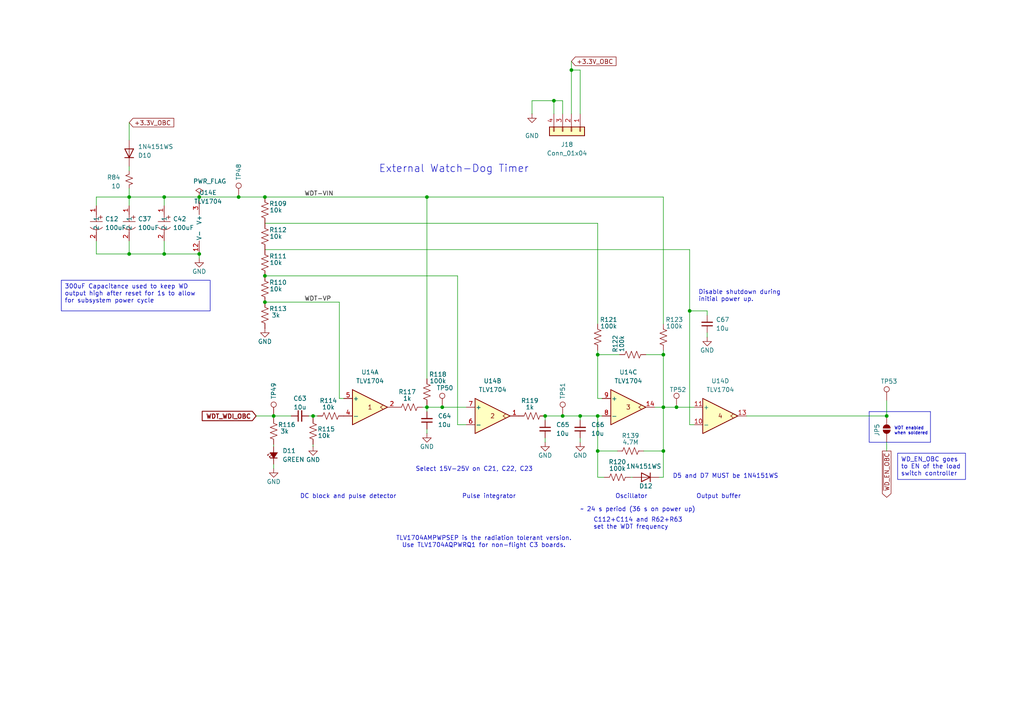
<source format=kicad_sch>
(kicad_sch (version 20250114) (generator "eeschema") (generator_version "9.0")
  (paper "A4")
  (lib_symbols
    (symbol "Connector:TestPoint" (pin_numbers (hide yes)) (pin_names (offset 0.762) (hide yes))
      (property "Reference" "TP" (at 0 6.858 0))
      (property "Value" "TestPoint" (at 0 5.08 0))
      (symbol "TestPoint_0_1"
        (circle (center 0 3.302) (radius 0.762))
      )
      (symbol "TestPoint_1_1"
        (pin passive line (at 0 0 90) (length 2.54) (name "1") (number "1"))
      )
    )
    (symbol "Connector_Generic:Conn_01x04" (pin_names (offset 1.016) (hide yes))
      (property "Reference" "J" (at 0 5.08 0))
      (property "Value" "Conn_01x04" (at 0 -7.62 0))
      (symbol "Conn_01x04_1_1"
        (rectangle (start -1.27 3.81) (end 1.27 -6.35) (stroke (width 0.254)) (fill (type background)))
        (rectangle (start -1.27 2.667) (end 0 2.413) (stroke (width 0.1524)))
        (rectangle (start -1.27 0.127) (end 0 -0.127) (stroke (width 0.1524)))
        (rectangle (start -1.27 -2.413) (end 0 -2.667) (stroke (width 0.1524)))
        (rectangle (start -1.27 -4.953) (end 0 -5.207) (stroke (width 0.1524)))
        (pin passive line (at -5.08 2.54 0) (length 3.81) (name "Pin_1") (number "1"))
        (pin passive line (at -5.08 0 0) (length 3.81) (name "Pin_2") (number "2"))
        (pin passive line (at -5.08 -2.54 0) (length 3.81) (name "Pin_3") (number "3"))
        (pin passive line (at -5.08 -5.08 0) (length 3.81) (name "Pin_4") (number "4"))
      )
    )
    (symbol "Device:C_Small" (pin_numbers (hide yes)) (pin_names (offset 0.254) (hide yes))
      (property "Reference" "C" (at 0.254 1.778 0))
      (property "Value" "C_Small" (at 0.254 -2.032 0))
      (symbol "C_Small_0_1"
        (polyline (pts (xy -1.524 0.508) (xy 1.524 0.508)) (stroke (width 0.3048)))
        (polyline (pts (xy -1.524 -0.508) (xy 1.524 -0.508)) (stroke (width 0.3302)))
      )
      (symbol "C_Small_1_1"
        (pin passive line (at 0 2.54 270) (length 2.032) (name "~") (number "1"))
        (pin passive line (at 0 -2.54 90) (length 2.032) (name "~") (number "2"))
      )
    )
    (symbol "Device:LED_Small_Filled" (pin_numbers (hide yes)) (pin_names (offset 0.254) (hide yes))
      (property "Reference" "D" (at -1.27 3.175 0))
      (property "Value" "LED_Small_Filled" (at -4.445 -2.54 0))
      (symbol "LED_Small_Filled_0_1"
        (polyline (pts (xy -0.762 -1.016) (xy -0.762 1.016)) (stroke (width 0.254)))
        (polyline (pts (xy 0 0.762) (xy -0.508 1.27) (xy -0.254 1.27) (xy -0.508 1.27) (xy -0.508 1.016)))
        (polyline (pts (xy 0.508 1.27) (xy 0 1.778) (xy 0.254 1.778) (xy 0 1.778) (xy 0 1.524)))
        (polyline (pts (xy 0.762 -1.016) (xy -0.762 0) (xy 0.762 1.016) (xy 0.762 -1.016)) (stroke (width 0.254)) (fill (type outline)))
        (polyline (pts (xy 1.016 0) (xy -0.762 0)))
      )
      (symbol "LED_Small_Filled_1_1"
        (pin passive line (at -2.54 0 0) (length 1.778) (name "K") (number "1"))
        (pin passive line (at 2.54 0 180) (length 1.778) (name "A") (number "2"))
      )
    )
    (symbol "Device:R_Small_US" (pin_numbers (hide yes)) (pin_names (offset 0.254) (hide yes))
      (property "Reference" "R" (at 0.762 0.508 0))
      (property "Value" "R_Small_US" (at 0.762 -1.016 0))
      (symbol "R_Small_US_1_1"
        (polyline (pts (xy 0 1.524) (xy 1.016 1.143) (xy 0 0.762) (xy -1.016 0.381) (xy 0 0)))
        (polyline (pts (xy 0 0) (xy 1.016 -0.381) (xy 0 -0.762) (xy -1.016 -1.143) (xy 0 -1.524)))
        (pin passive line (at 0 2.54 270) (length 1.016) (name "~") (number "1"))
        (pin passive line (at 0 -2.54 90) (length 1.016) (name "~") (number "2"))
      )
    )
    (symbol "Device:R_US" (pin_numbers (hide yes)) (pin_names (offset 0))
      (property "Reference" "R" (at 2.54 0 90))
      (property "Value" "R_US" (at -2.54 0 90))
      (symbol "R_US_0_1"
        (polyline (pts (xy 0 2.286) (xy 0 2.54)))
        (polyline (pts (xy 0 2.286) (xy 1.016 1.905) (xy 0 1.524) (xy -1.016 1.143) (xy 0 0.762)))
        (polyline (pts (xy 0 0.762) (xy 1.016 0.381) (xy 0 0) (xy -1.016 -0.381) (xy 0 -0.762)))
        (polyline (pts (xy 0 -0.762) (xy 1.016 -1.143) (xy 0 -1.524) (xy -1.016 -1.905) (xy 0 -2.286)))
        (polyline (pts (xy 0 -2.286) (xy 0 -2.54)))
      )
      (symbol "R_US_1_1"
        (pin passive line (at 0 3.81 270) (length 1.27) (name "~") (number "1"))
        (pin passive line (at 0 -3.81 90) (length 1.27) (name "~") (number "2"))
      )
    )
    (symbol "EPS:1N4151WS" (pin_numbers (hide yes)) (pin_names (offset 1.016) (hide yes))
      (property "Reference" "D" (at 0 2.54 0))
      (property "Value" "1N4151WS" (at 0 -2.54 0))
      (symbol "1N4151WS_0_1"
        (polyline (pts (xy -1.27 1.27) (xy -1.27 -1.27)) (stroke (width 0.254)))
        (polyline (pts (xy 1.27 1.27) (xy 1.27 -1.27) (xy -1.27 0) (xy 1.27 1.27)) (stroke (width 0.254)))
        (polyline (pts (xy 1.27 0) (xy -1.27 0)))
      )
      (symbol "1N4151WS_1_1"
        (pin passive line (at -3.81 0 0) (length 2.54) (name "K") (number "1"))
        (pin passive line (at 3.81 0 180) (length 2.54) (name "A") (number "2"))
      )
    )
    (symbol "EPS:TCN4107M035R0100E"
      (property "Reference" "C" (at 0 5.08 0))
      (property "Value" "TCN4107M035R0100E" (at 0 -5.08 0))
      (symbol "TCN4107M035R0100E_0_1"
        (polyline (pts (xy -2.54 0) (xy -0.51 0)))
        (polyline (pts (xy -2.29 1.27) (xy -1.27 1.27)))
        (polyline (pts (xy -1.78 1.78) (xy -1.78 0.76)))
        (arc (start 1.15 1.79) (mid 1.8578 0.0159) (end 1.13 -1.75))
        (polyline (pts (xy -0.51 1.78) (xy -0.51 -1.78)))
        (polyline (pts (xy 0.51 0) (xy 2.54 0)))
        (pin input line (at -5.08 0 0) (length 2.54) (name "1") (number "1"))
        (pin input line (at 5.08 0 180) (length 2.54) (name "2") (number "2"))
      )
    )
    (symbol "EPS:TLV1704AIPWR" (pin_names (offset 0.127))
      (property "Reference" "U13" (at 0 10.16 0))
      (property "Value" "TLV1704" (at 0 7.62 0))
      (symbol "TLV1704AIPWR_1_1"
        (polyline (pts (xy -5.08 5.08) (xy 5.08 0) (xy -5.08 -5.08) (xy -5.08 5.08)) (stroke (width 0.254)) (fill (type background)))
        (polyline (pts (xy 3.048 0) (xy 3.81 -0.635)))
        (polyline (pts (xy 3.81 0.635) (xy 3.048 0)))
        (text "1" (at 0 0 0) (effects (font (size 1.27 1.27))))
        (pin input line (at -7.62 2.54 0) (length 2.54) (name "+") (number "5"))
        (pin input line (at -7.62 -2.54 0) (length 2.54) (name "-") (number "4"))
        (pin open_collector line (at 7.62 0 180) (length 2.54) (name "~") (number "2"))
      )
      (symbol "TLV1704AIPWR_2_1"
        (polyline (pts (xy -5.08 5.08) (xy 5.08 0) (xy -5.08 -5.08) (xy -5.08 5.08)) (stroke (width 0.254)) (fill (type background)))
        (polyline (pts (xy 3.048 0) (xy 3.81 -0.635)))
        (polyline (pts (xy 3.81 0.635) (xy 3.048 0)))
        (text "2" (at 0 0 0) (effects (font (size 1.27 1.27))))
        (pin input line (at -7.62 2.54 0) (length 2.54) (name "+") (number "7"))
        (pin input line (at -7.62 -2.54 0) (length 2.54) (name "-") (number "6"))
        (pin open_collector line (at 7.62 0 180) (length 2.54) (name "~") (number "1"))
      )
      (symbol "TLV1704AIPWR_3_1"
        (polyline (pts (xy -5.08 5.08) (xy 5.08 0) (xy -5.08 -5.08) (xy -5.08 5.08)) (stroke (width 0.254)) (fill (type background)))
        (polyline (pts (xy 3.048 0) (xy 3.81 -0.635)))
        (polyline (pts (xy 3.81 0.635) (xy 3.048 0)))
        (text "3" (at 0 0 0) (effects (font (size 1.27 1.27))))
        (pin input line (at -7.62 2.54 0) (length 2.54) (name "+") (number "9"))
        (pin input line (at -7.62 -2.54 0) (length 2.54) (name "-") (number "8"))
        (pin open_collector line (at 7.62 0 180) (length 2.54) (name "~") (number "14"))
      )
      (symbol "TLV1704AIPWR_4_1"
        (polyline (pts (xy -5.08 5.08) (xy 5.08 0) (xy -5.08 -5.08) (xy -5.08 5.08)) (stroke (width 0.254)) (fill (type background)))
        (polyline (pts (xy 3.048 0) (xy 3.81 -0.635)))
        (polyline (pts (xy 3.81 0.635) (xy 3.048 0)))
        (text "4" (at 0 0 0) (effects (font (size 1.27 1.27))))
        (pin input line (at -7.62 2.54 0) (length 2.54) (name "+") (number "11"))
        (pin input line (at -7.62 -2.54 0) (length 2.54) (name "-") (number "10"))
        (pin open_collector line (at 7.62 0 180) (length 2.54) (name "~") (number "13"))
      )
      (symbol "TLV1704AIPWR_5_1"
        (pin power_in line (at -2.54 7.62 270) (length 3.81) (name "V+") (number "3"))
        (pin power_in line (at -2.54 -7.62 90) (length 3.81) (name "V-") (number "12"))
      )
    )
    (symbol "Jumper:SolderJumper_2_Open" (pin_numbers (hide yes)) (pin_names (offset 0) (hide yes)) (exclude_from_sim yes) (in_bom no)
      (property "Reference" "JP" (at 0 2.032 0))
      (property "Value" "SolderJumper_2_Open" (at 0 -2.54 0))
      (symbol "SolderJumper_2_Open_0_1"
        (polyline (pts (xy -0.254 1.016) (xy -0.254 -1.016)))
        (arc (start -0.254 -1.016) (mid -1.2656 0) (end -0.254 1.016))
        (arc (start -0.254 -1.016) (mid -1.2656 0) (end -0.254 1.016) (fill (type outline)))
        (arc (start 0.254 1.016) (mid 1.2656 0) (end 0.254 -1.016))
        (arc (start 0.254 1.016) (mid 1.2656 0) (end 0.254 -1.016) (fill (type outline)))
        (polyline (pts (xy 0.254 1.016) (xy 0.254 -1.016)))
      )
      (symbol "SolderJumper_2_Open_1_1"
        (pin passive line (at -3.81 0 0) (length 2.54) (name "A") (number "1"))
        (pin passive line (at 3.81 0 180) (length 2.54) (name "B") (number "2"))
      )
    )
    (symbol "power:GND" (power) (pin_numbers (hide yes)) (pin_names (offset 0) (hide yes))
      (property "Value" "GND" (at 0 -3.81 0))
      (symbol "GND_0_1"
        (polyline (pts (xy 0 0) (xy 0 -1.27) (xy 1.27 -1.27) (xy 0 -2.54) (xy -1.27 -1.27) (xy 0 -1.27)))
      )
      (symbol "GND_1_1"
        (pin power_in line (at 0 0 270) (length 0) (name "~") (number "1"))
      )
    )
    (symbol "power:PWR_FLAG" (power) (pin_numbers (hide yes)) (pin_names (offset 0) (hide yes))
      (property "Value" "PWR_FLAG" (at 0 3.81 0))
      (symbol "PWR_FLAG_0_0"
        (pin power_out line (at 0 0 90) (length 0) (name "~") (number "1"))
      )
      (symbol "PWR_FLAG_0_1"
        (polyline (pts (xy 0 0) (xy 0 1.27) (xy -1.016 1.905) (xy 0 2.54) (xy 1.016 1.905) (xy 0 1.27)))
      )
    )
  )
  (text "Oscillator" (at 178.435 144.78 0) (effects (font (size 1.27 1.27)) (justify left bottom)))
  (text "Output buffer" (at 201.93 144.78 0) (effects (font (size 1.27 1.27)) (justify left bottom)))
  (text "DC block and pulse detector" (at 86.995 144.78 0) (effects (font (size 1.27 1.27)) (justify left bottom)))
  (text "D5 and D7 MUST be 1N4151WS" (at 210.439 138.176 0) (effects (font (size 1.27 1.27))))
  (text "Disable shutdown during\ninitial power up." (at 202.565 87.63 0) (effects (font (size 1.27 1.27)) (justify left bottom)))
  (text "Select 15V-25V on C21, C22, C23" (at 137.541 136.144 0) (effects (font (size 1.27 1.27))))
  (text "Pulse integrator" (at 133.985 144.78 0) (effects (font (size 1.27 1.27)) (justify left bottom)))
  (text "WDT enabled\nwhen soldered" (at 259.334 126.238 0) (effects (font (size 0.889 0.889)) (justify left bottom)))
  (text "TLV1704AMPWPSEP is the radiation tolerant version.\nUse TLV1704AQPWRQ1 for non-flight C3 boards." (at 140.335 157.226 0) (effects (font (size 1.27 1.27))))
  (text "External Watch-Dog Timer" (at 109.855 50.292 0) (effects (font (size 2.159 2.159)) (justify left bottom)))
  (text "C112+C114 and R62+R63 \nset the WDT frequency" (at 172.085 153.67 0) (effects (font (size 1.27 1.27)) (justify left bottom)))
  (text "~ 24 s period (36 s on power up)" (at 168.275 148.59 0) (effects (font (size 1.27 1.27)) (justify left bottom)))
  (text_box "300uF Capacitance used to keep WD output high after reset for 1s to allow for subsystem power cycle" (at 17.78 81.28 0) (size 43.18 8.89) (margins 0.9525 0.9525 0.9525 0.9525) (effects (font (size 1.27 1.27)) (justify left top)))
  (text_box "WD_EN_OBC goes to EN of the load switch controller" (at 260.35 131.445 0) (size 19.685 7.62) (margins 0.9525 0.9525 0.9525 0.9525) (effects (font (size 1.27 1.27)) (justify left top)))
  (junction (at 47.625 73.66))
  (junction (at 192.405 130.81))
  (junction (at 163.195 120.65))
  (junction (at 76.835 87.63))
  (junction (at 160.655 29.21))
  (junction (at 196.215 118.11))
  (junction (at 173.355 102.87))
  (junction (at 90.805 120.65))
  (junction (at 37.465 73.66))
  (junction (at 69.215 57.15))
  (junction (at 37.465 57.15))
  (junction (at 173.355 120.65))
  (junction (at 173.355 130.81))
  (junction (at 200.025 90.17))
  (junction (at 76.835 80.01))
  (junction (at 192.405 118.11))
  (junction (at 76.835 57.15))
  (junction (at 57.785 57.15))
  (junction (at 165.735 20.32))
  (junction (at 79.375 120.65))
  (junction (at 192.405 102.87))
  (junction (at 158.115 120.65))
  (junction (at 257.175 120.65))
  (junction (at 123.825 118.11))
  (junction (at 57.785 73.66))
  (junction (at 168.275 120.65))
  (junction (at 128.27 118.11))
  (junction (at 123.825 57.15))
  (junction (at 47.625 57.15))
  (wire (pts (xy 90.805 120.65) (xy 92.075 120.65)))
  (wire (pts (xy 27.94 69.85) (xy 27.94 73.66)))
  (wire (pts (xy 257.175 128.27) (xy 257.175 130.81)))
  (wire (pts (xy 47.625 57.15) (xy 47.625 59.69)))
  (wire (pts (xy 182.88 138.43) (xy 183.515 138.43)))
  (wire (pts (xy 179.07 130.81) (xy 173.355 130.81)))
  (wire (pts (xy 47.625 57.15) (xy 57.785 57.15)))
  (wire (pts (xy 192.405 102.87) (xy 192.405 118.11)))
  (wire (pts (xy 173.355 102.87) (xy 179.705 102.87)))
  (wire (pts (xy 69.215 57.15) (xy 76.835 57.15)))
  (wire (pts (xy 79.375 120.65) (xy 79.375 121.285)))
  (wire (pts (xy 74.295 120.65) (xy 79.375 120.65)))
  (wire (pts (xy 37.465 54.61) (xy 37.465 57.15)))
  (wire (pts (xy 76.835 72.39) (xy 200.025 72.39)))
  (wire (pts (xy 128.27 118.11) (xy 135.255 118.11)))
  (wire (pts (xy 160.655 33.02) (xy 160.655 29.21)))
  (wire (pts (xy 37.465 57.15) (xy 47.625 57.15)))
  (wire (pts (xy 98.425 115.57) (xy 99.695 115.57)))
  (wire (pts (xy 132.715 80.01) (xy 132.715 123.19)))
  (wire (pts (xy 37.465 69.85) (xy 37.465 73.66)))
  (wire (pts (xy 200.025 123.19) (xy 201.295 123.19)))
  (wire (pts (xy 57.785 57.15) (xy 69.215 57.15)))
  (wire (pts (xy 47.625 73.66) (xy 57.785 73.66)))
  (wire (pts (xy 57.785 74.93) (xy 57.785 73.66)))
  (wire (pts (xy 79.375 120.65) (xy 84.455 120.65)))
  (wire (pts (xy 76.835 80.01) (xy 132.715 80.01)))
  (wire (pts (xy 200.025 90.17) (xy 205.105 90.17)))
  (wire (pts (xy 37.465 73.66) (xy 47.625 73.66)))
  (wire (pts (xy 123.825 117.475) (xy 123.825 118.11)))
  (wire (pts (xy 79.375 135.89) (xy 79.375 134.62)))
  (wire (pts (xy 173.355 130.81) (xy 173.355 120.65)))
  (wire (pts (xy 165.735 17.78) (xy 165.735 20.32)))
  (wire (pts (xy 192.405 101.6) (xy 192.405 102.87)))
  (wire (pts (xy 123.825 57.15) (xy 192.405 57.15)))
  (wire (pts (xy 160.655 29.21) (xy 163.195 29.21)))
  (wire (pts (xy 158.115 120.65) (xy 158.115 121.92)))
  (wire (pts (xy 123.825 57.15) (xy 76.835 57.15)))
  (wire (pts (xy 168.275 20.32) (xy 168.275 33.02)))
  (wire (pts (xy 90.805 128.905) (xy 90.805 129.54)))
  (wire (pts (xy 37.465 35.56) (xy 37.465 40.64)))
  (wire (pts (xy 123.825 125.73) (xy 123.825 124.46)))
  (wire (pts (xy 76.835 64.77) (xy 173.355 64.77)))
  (wire (pts (xy 173.355 120.65) (xy 174.625 120.65)))
  (wire (pts (xy 163.195 29.21) (xy 163.195 33.02)))
  (wire (pts (xy 160.655 29.21) (xy 154.305 29.21)))
  (wire (pts (xy 192.405 138.43) (xy 192.405 130.81)))
  (wire (pts (xy 165.735 33.02) (xy 165.735 20.32)))
  (wire (pts (xy 158.115 120.65) (xy 163.195 120.65)))
  (wire (pts (xy 123.825 57.15) (xy 123.825 109.855)))
  (wire (pts (xy 173.355 138.43) (xy 173.355 130.81)))
  (wire (pts (xy 257.175 116.205) (xy 257.175 120.65)))
  (polyline (pts (xy 269.875 128.27) (xy 252.095 128.27)))
  (wire (pts (xy 27.94 57.15) (xy 37.465 57.15)))
  (wire (pts (xy 37.465 57.15) (xy 37.465 59.69)))
  (wire (pts (xy 163.195 120.65) (xy 168.275 120.65)))
  (wire (pts (xy 173.355 101.6) (xy 173.355 102.87)))
  (wire (pts (xy 196.215 118.11) (xy 201.295 118.11)))
  (wire (pts (xy 168.275 121.92) (xy 168.275 120.65)))
  (wire (pts (xy 174.625 115.57) (xy 173.355 115.57)))
  (wire (pts (xy 187.325 102.87) (xy 192.405 102.87)))
  (wire (pts (xy 165.735 20.32) (xy 168.275 20.32)))
  (wire (pts (xy 205.105 96.52) (xy 205.105 97.79)))
  (wire (pts (xy 47.625 69.85) (xy 47.625 73.66)))
  (wire (pts (xy 90.805 120.65) (xy 90.805 121.285)))
  (wire (pts (xy 200.025 90.17) (xy 200.025 123.19)))
  (wire (pts (xy 216.535 120.65) (xy 257.175 120.65)))
  (wire (pts (xy 98.425 87.63) (xy 98.425 115.57)))
  (wire (pts (xy 168.275 128.27) (xy 168.275 127)))
  (wire (pts (xy 168.275 120.65) (xy 173.355 120.65)))
  (wire (pts (xy 173.355 115.57) (xy 173.355 102.87)))
  (wire (pts (xy 200.025 72.39) (xy 200.025 90.17)))
  (wire (pts (xy 186.69 130.81) (xy 192.405 130.81)))
  (wire (pts (xy 154.305 29.21) (xy 154.305 33.02)))
  (polyline (pts (xy 252.095 128.27) (xy 252.095 119.38)))
  (wire (pts (xy 123.825 118.11) (xy 123.825 119.38)))
  (wire (pts (xy 76.835 87.63) (xy 98.425 87.63)))
  (wire (pts (xy 173.355 138.43) (xy 175.26 138.43)))
  (polyline (pts (xy 269.875 119.38) (xy 269.875 128.27)))
  (wire (pts (xy 192.405 130.81) (xy 192.405 118.11)))
  (polyline (pts (xy 252.095 119.38) (xy 269.875 119.38)))
  (wire (pts (xy 122.555 118.11) (xy 123.825 118.11)))
  (wire (pts (xy 189.865 118.11) (xy 192.405 118.11)))
  (wire (pts (xy 192.405 93.98) (xy 192.405 57.15)))
  (wire (pts (xy 192.405 118.11) (xy 196.215 118.11)))
  (wire (pts (xy 57.785 58.42) (xy 57.785 57.15)))
  (wire (pts (xy 89.535 120.65) (xy 90.805 120.65)))
  (wire (pts (xy 205.105 91.44) (xy 205.105 90.17)))
  (wire (pts (xy 123.825 118.11) (xy 128.27 118.11)))
  (wire (pts (xy 37.465 48.26) (xy 37.465 49.53)))
  (wire (pts (xy 173.355 93.98) (xy 173.355 64.77)))
  (wire (pts (xy 191.135 138.43) (xy 192.405 138.43)))
  (wire (pts (xy 158.115 128.27) (xy 158.115 127)))
  (wire (pts (xy 27.94 73.66) (xy 37.465 73.66)))
  (wire (pts (xy 79.375 128.905) (xy 79.375 129.54)))
  (wire (pts (xy 27.94 57.15) (xy 27.94 59.69)))
  (wire (pts (xy 132.715 123.19) (xy 135.255 123.19)))
  (label "WDT-VP" (at 88.265 87.63 0))
  (label "WDT-VIN" (at 88.265 57.15 0))
  (global_label "WDT_WDI_OBC" (shape input) (at 74.295 120.65 180) (effects (font (thickness 0.254) (bold yes))) (property "Intersheetrefs" "${INTERSHEET_REFS}" (effects (hide yes))))
  (global_label "+3.3V_OBC" (shape input) (at 165.735 17.78 0) (property "Intersheetrefs" "${INTERSHEET_REFS}" (effects (hide yes))))
  (global_label "+3.3V_OBC" (shape input) (at 37.465 35.56 0) (property "Intersheetrefs" "${INTERSHEET_REFS}" (effects (hide yes))))
  (global_label "~{WD_EN_OBC}" (shape output) (at 257.175 130.81 270) (property "Intersheetrefs" "${INTERSHEET_REFS}" (effects (hide yes))))
  (symbol (lib_id "Device:R_US") (at 76.835 83.82 180) (unit 1)
    (property "Reference" "R110" (at 80.645 81.915 0))
    (property "Value" "10k" (at 80.01 83.82 0))
    (property "Footprint" "EPS:R0402" (effects (hide yes)))
    (property "Description" "Resistor, US symbol" (effects (hide yes)))
    (property "LCSC" "C25531" (effects (hide yes)))
  )
  (symbol (lib_id "EPS:TLV1704AIPWR") (at 208.915 120.65 0) (unit 4)
    (property "Reference" "U14" (at 208.915 110.49 0))
    (property "Value" "TLV1704" (at 208.915 113.03 0))
    (property "Footprint" "Package_SO:TSSOP-14_4.4x5mm_P0.65mm" (effects (hide yes)))
    (property "Datasheet" "https://www.ti.com/lit/ds/symlink/tlv1704-sep.pdf" (effects (hide yes)))
    (property "Description" "Analog Comparators 2.2-V to 36-V, radiation tolerant microPower quad comparator in space enhanced plastic 14-TSSOP -55 to 125" (effects (hide yes)))
    (property "MFR" "Texas Instruments" (effects (hide yes)))
    (property "MPN" "TLV1704AQPWRQ1" (effects (hide yes)))
    (property "DST" "Digi-Key" (effects (hide yes)))
    (property "DPN" "296-43799-2-ND" (effects (hide yes)))
    (property "LCSC" "C181596" (effects (hide yes)))
  )
  (symbol (lib_id "Connector:TestPoint") (at 257.175 116.205 0) (unit 1)
    (property "Reference" "TP53" (at 255.397 110.617 0) (effects (justify left)))
    (property "Value" "TestPoint" (effects (hide yes)))
    (property "Footprint" "TestPoint:TestPoint_Pad_1.0x1.0mm" (effects (hide yes)))
    (property "Description" "test point" (effects (hide yes)))
  )
  (symbol (lib_id "EPS:TLV1704AIPWR") (at 60.325 66.04 0) (unit 5)
    (property "Reference" "U14" (at 60.325 55.88 0))
    (property "Value" "TLV1704" (at 60.325 58.42 0))
    (property "Footprint" "Package_SO:TSSOP-14_4.4x5mm_P0.65mm" (effects (hide yes)))
    (property "Datasheet" "https://www.ti.com/lit/ds/symlink/tlv1704-sep.pdf" (effects (hide yes)))
    (property "Description" "Analog Comparators 2.2-V to 36-V, radiation tolerant microPower quad comparator in space enhanced plastic 14-TSSOP -55 to 125" (effects (hide yes)))
    (property "MFR" "Texas Instruments" (effects (hide yes)))
    (property "MPN" "TLV1704AQPWRQ1" (effects (hide yes)))
    (property "DST" "Digi-Key" (effects (hide yes)))
    (property "DPN" "296-43799-2-ND" (effects (hide yes)))
    (property "LCSC" "C181596" (effects (hide yes)))
  )
  (symbol (lib_id "EPS:TLV1704AIPWR") (at 142.875 120.65 0) (unit 2)
    (property "Reference" "U14" (at 142.875 110.49 0))
    (property "Value" "TLV1704" (at 142.875 113.03 0))
    (property "Footprint" "Package_SO:TSSOP-14_4.4x5mm_P0.65mm" (effects (hide yes)))
    (property "Datasheet" "https://www.ti.com/lit/ds/symlink/tlv1704-sep.pdf" (effects (hide yes)))
    (property "Description" "Analog Comparators 2.2-V to 36-V, radiation tolerant microPower quad comparator in space enhanced plastic 14-TSSOP -55 to 125" (effects (hide yes)))
    (property "MFR" "Texas Instruments" (effects (hide yes)))
    (property "MPN" "TLV1704AQPWRQ1" (effects (hide yes)))
    (property "DST" "Digi-Key" (effects (hide yes)))
    (property "DPN" "296-43799-2-ND" (effects (hide yes)))
    (property "LCSC" "C181596" (effects (hide yes)))
  )
  (symbol (lib_id "power:GND") (at 123.825 125.73 0) (unit 1)
    (property "Reference" "#PWR091" (effects (hide yes)))
    (property "Value" "GND" (at 123.825 129.54 0))
    (property "Description" "Power symbol creates a global label with name \"GND\" , ground" (effects (hide yes)))
  )
  (symbol (lib_id "Device:R_US") (at 154.305 120.65 270) (unit 1)
    (property "Reference" "R119" (at 153.67 116.205 90))
    (property "Value" "1k" (at 153.67 118.11 90))
    (property "Footprint" "EPS:R0402" (effects (hide yes)))
    (property "Description" "Resistor, US symbol" (effects (hide yes)))
    (property "LCSC" "C106235" (effects (hide yes)))
  )
  (symbol (lib_id "power:GND") (at 79.375 135.89 0) (unit 1)
    (property "Reference" "#PWR089" (effects (hide yes)))
    (property "Value" "GND" (at 79.375 139.7 0))
    (property "Description" "Power symbol creates a global label with name \"GND\" , ground" (effects (hide yes)))
  )
  (symbol (lib_id "Connector_Generic:Conn_01x04") (at 165.735 38.1 270) (unit 1)
    (property "Reference" "J18" (at 164.465 41.91 90))
    (property "Value" "Conn_01x04" (at 164.465 44.45 90))
    (property "Footprint" "Connector_PinSocket_2.54mm:PinSocket_1x04_P2.54mm_Vertical" (effects (hide yes)))
    (property "Description" "Generic connector, single row, 01x04, script generated (kicad-library-utils/schlib/autogen/connector/)" (effects (hide yes)))
  )
  (symbol (lib_id "Connector:TestPoint") (at 196.215 118.11 0) (unit 1)
    (property "Reference" "TP52" (at 194.183 113.03 0) (effects (justify left)))
    (property "Value" "TestPoint" (effects (hide yes)))
    (property "Footprint" "TestPoint:TestPoint_Pad_1.0x1.0mm" (effects (hide yes)))
    (property "Description" "test point" (effects (hide yes)))
  )
  (symbol (lib_id "Device:R_US") (at 179.07 138.43 90) (unit 1)
    (property "Reference" "R120" (at 179.07 133.985 90))
    (property "Value" "100k" (at 179.07 135.89 90))
    (property "Footprint" "EPS:R0402" (effects (hide yes)))
    (property "Description" "Resistor, US symbol" (effects (hide yes)))
    (property "LCSC" "C269673" (effects (hide yes)))
  )
  (symbol (lib_id "Device:R_US") (at 90.805 125.095 0) (unit 1)
    (property "Reference" "R115" (at 94.615 124.46 0))
    (property "Value" "10k" (at 93.98 126.365 0))
    (property "Footprint" "EPS:R0402" (effects (hide yes)))
    (property "Description" "Resistor, US symbol" (effects (hide yes)))
    (property "LCSC" "C25531" (effects (hide yes)))
  )
  (symbol (lib_id "Device:R_US") (at 192.405 97.79 0) (unit 1)
    (property "Reference" "R123" (at 195.58 92.71 0))
    (property "Value" "100k" (at 195.58 94.615 0))
    (property "Footprint" "EPS:R0402" (effects (hide yes)))
    (property "Description" "Resistor, US symbol" (effects (hide yes)))
    (property "LCSC" "C269673" (effects (hide yes)))
  )
  (symbol (lib_id "EPS:TCN4107M035R0100E") (at 27.94 64.77 270) (unit 1)
    (property "Reference" "C12" (at 30.48 63.4999 90) (effects (justify left)))
    (property "Value" "100uF" (at 30.48 66.0399 90) (effects (justify left)))
    (property "Footprint" "EPS:CAP-SMD_L7.3-W6.1_TCN4227M025R0100" (effects (hide yes)))
    (property "LCSC Part" "C2158793" (effects (hide yes)))
  )
  (symbol (lib_id "Device:C_Small") (at 158.115 124.46 0) (unit 1)
    (property "Reference" "C65" (at 161.29 123.1962 0) (effects (justify left)))
    (property "Value" "10u" (at 161.29 125.7362 0) (effects (justify left)))
    (property "Footprint" "EPS:C0402" (effects (hide yes)))
    (property "Description" "Unpolarized capacitor, small symbol" (effects (hide yes)))
    (property "LCSC" "194427" (effects (hide yes)))
  )
  (symbol (lib_id "Device:R_US") (at 76.835 60.96 180) (unit 1)
    (property "Reference" "R109" (at 80.645 59.055 0))
    (property "Value" "10k" (at 80.01 60.96 0))
    (property "Footprint" "EPS:R0402" (effects (hide yes)))
    (property "Description" "Resistor, US symbol" (effects (hide yes)))
    (property "LCSC" "C25531" (effects (hide yes)))
  )
  (symbol (lib_id "Connector:TestPoint") (at 79.375 120.65 0) (unit 1)
    (property "Reference" "TP49" (at 79.375 115.824 90) (effects (justify left)))
    (property "Value" "TestPoint" (effects (hide yes)))
    (property "Footprint" "TestPoint:TestPoint_Pad_1.0x1.0mm" (effects (hide yes)))
    (property "Description" "test point" (effects (hide yes)))
  )
  (symbol (lib_id "Device:R_US") (at 76.835 91.44 180) (unit 1)
    (property "Reference" "R113" (at 80.645 89.535 0))
    (property "Value" "3k" (at 80.01 91.44 0))
    (property "Footprint" "EPS:R0402" (effects (hide yes)))
    (property "Description" "Resistor, US symbol" (effects (hide yes)))
    (property "LCSC" "C2909355" (effects (hide yes)))
  )
  (symbol (lib_id "EPS:TLV1704AIPWR") (at 182.245 118.11 0) (unit 3)
    (property "Reference" "U14" (at 182.245 107.95 0))
    (property "Value" "TLV1704" (at 182.245 110.49 0))
    (property "Footprint" "Package_SO:TSSOP-14_4.4x5mm_P0.65mm" (effects (hide yes)))
    (property "Datasheet" "https://www.ti.com/lit/ds/symlink/tlv1704-sep.pdf" (effects (hide yes)))
    (property "Description" "Analog Comparators 2.2-V to 36-V, radiation tolerant microPower quad comparator in space enhanced plastic 14-TSSOP -55 to 125" (effects (hide yes)))
    (property "MFR" "Texas Instruments" (effects (hide yes)))
    (property "MPN" "TLV1704AQPWRQ1" (effects (hide yes)))
    (property "DST" "Digi-Key" (effects (hide yes)))
    (property "DPN" "296-43799-2-ND" (effects (hide yes)))
    (property "LCSC" "C181596" (effects (hide yes)))
  )
  (symbol (lib_id "Device:R_US") (at 76.835 76.2 180) (unit 1)
    (property "Reference" "R111" (at 80.645 74.295 0))
    (property "Value" "10k" (at 80.01 76.2 0))
    (property "Footprint" "EPS:R0402" (effects (hide yes)))
    (property "Description" "Resistor, US symbol" (effects (hide yes)))
    (property "LCSC" "C25531" (effects (hide yes)))
  )
  (symbol (lib_id "power:PWR_FLAG") (at 57.785 57.15 0) (unit 1)
    (property "Reference" "#FLG012" (effects (hide yes)))
    (property "Value" "PWR_FLAG" (at 60.833 52.578 0))
    (property "Description" "Special symbol for telling ERC where power comes from" (effects (hide yes)))
  )
  (symbol (lib_id "Connector:TestPoint") (at 163.195 120.65 0) (unit 1)
    (property "Reference" "TP51" (at 163.195 115.824 90) (effects (justify left)))
    (property "Value" "TestPoint" (effects (hide yes)))
    (property "Footprint" "TestPoint:TestPoint_Pad_1.0x1.0mm" (effects (hide yes)))
    (property "Description" "test point" (effects (hide yes)))
  )
  (symbol (lib_id "Jumper:SolderJumper_2_Open") (at 257.175 124.46 270) (unit 1)
    (property "Reference" "JP5" (at 254.381 124.714 0))
    (property "Value" "SolderJumper_2_Open" (effects (hide yes)))
    (property "Footprint" "Jumper:SolderJumper-2_P1.3mm_Open_RoundedPad1.0x1.5mm" (effects (hide yes)))
    (property "Description" "Solder Jumper, 2-pole, open" (effects (hide yes)))
  )
  (symbol (lib_id "Device:R_Small_US") (at 37.465 52.07 0) (mirror y) (unit 1)
    (property "Reference" "R84" (at 34.925 51.435 0) (effects (justify left)))
    (property "Value" "10" (at 34.925 53.975 0) (effects (justify left)))
    (property "Footprint" "Resistor_SMD:R_1206_3216Metric" (effects (hide yes)))
    (property "Description" "1206" (effects (hide yes)))
    (property "DPN" "RHM10.0AFCT-ND" (effects (hide yes)))
    (property "DST" "Digi-Key" (effects (hide yes)))
    (property "MFR" "Rohm Semiconductor" (effects (hide yes)))
    (property "MPN" "ESR18EZPF10R0" (effects (hide yes)))
    (property "LCSC" "C17903" (effects (hide yes)))
  )
  (symbol (lib_id "Device:C_Small") (at 86.995 120.65 90) (unit 1)
    (property "Reference" "C63" (at 87.0013 115.57 90))
    (property "Value" "10u" (at 87.0013 118.11 90))
    (property "Footprint" "EPS:C0402" (effects (hide yes)))
    (property "Description" "Unpolarized capacitor, small symbol" (effects (hide yes)))
    (property "LCSC" "194427" (effects (hide yes)))
  )
  (symbol (lib_id "EPS:TCN4107M035R0100E") (at 37.465 64.77 270) (unit 1)
    (property "Reference" "C37" (at 40.005 63.4999 90) (effects (justify left)))
    (property "Value" "100uF" (at 40.005 66.0399 90) (effects (justify left)))
    (property "Footprint" "EPS:CAP-SMD_L7.3-W6.1_TCN4227M025R0100" (effects (hide yes)))
    (property "LCSC Part" "C2158793" (effects (hide yes)))
  )
  (symbol (lib_id "Connector:TestPoint") (at 69.215 57.15 0) (unit 1)
    (property "Reference" "TP48" (at 69.215 52.324 90) (effects (justify left)))
    (property "Value" "TestPoint" (effects (hide yes)))
    (property "Footprint" "TestPoint:TestPoint_Pad_1.0x1.0mm" (effects (hide yes)))
    (property "Description" "test point" (effects (hide yes)))
  )
  (symbol (lib_id "Device:R_US") (at 182.88 130.81 90) (unit 1)
    (property "Reference" "R139" (at 182.88 126.365 90))
    (property "Value" "4.7M" (at 182.88 128.27 90))
    (property "Footprint" "EPS:R0402" (effects (hide yes)))
    (property "Description" "Resistor, US symbol" (effects (hide yes)))
    (property "LCSC" "C474132" (effects (hide yes)))
  )
  (symbol (lib_id "Device:R_US") (at 123.825 113.665 0) (unit 1)
    (property "Reference" "R118" (at 127 108.585 0))
    (property "Value" "100k" (at 127 110.49 0))
    (property "Footprint" "EPS:R0402" (effects (hide yes)))
    (property "Description" "Resistor, US symbol" (effects (hide yes)))
    (property "LCSC" "C269673" (effects (hide yes)))
  )
  (symbol (lib_id "power:GND") (at 205.105 97.79 0) (mirror y) (unit 1)
    (property "Reference" "#PWR096" (effects (hide yes)))
    (property "Value" "GND" (at 205.105 101.6 0))
    (property "Description" "Power symbol creates a global label with name \"GND\" , ground" (effects (hide yes)))
  )
  (symbol (lib_id "Device:R_US") (at 173.355 97.79 0) (unit 1)
    (property "Reference" "R121" (at 176.53 92.71 0))
    (property "Value" "100k" (at 176.53 94.615 0))
    (property "Footprint" "EPS:R0402" (effects (hide yes)))
    (property "Description" "Resistor, US symbol" (effects (hide yes)))
    (property "LCSC" "C269673" (effects (hide yes)))
  )
  (symbol (lib_id "power:GND") (at 76.835 95.25 0) (unit 1)
    (property "Reference" "#PWR088" (effects (hide yes)))
    (property "Value" "GND" (at 76.835 99.06 0))
    (property "Description" "Power symbol creates a global label with name \"GND\" , ground" (effects (hide yes)))
  )
  (symbol (lib_id "Device:C_Small") (at 123.825 121.92 180) (unit 1)
    (property "Reference" "C64" (at 127 120.6435 0) (effects (justify right)))
    (property "Value" "10u" (at 127 123.1835 0) (effects (justify right)))
    (property "Footprint" "EPS:C0402" (effects (hide yes)))
    (property "Description" "Unpolarized capacitor, small symbol" (effects (hide yes)))
    (property "LCSC" "194427" (effects (hide yes)))
  )
  (symbol (lib_id "power:GND") (at 168.275 128.27 0) (mirror y) (unit 1)
    (property "Reference" "#PWR094" (effects (hide yes)))
    (property "Value" "GND" (at 168.275 132.08 0))
    (property "Description" "Power symbol creates a global label with name \"GND\" , ground" (effects (hide yes)))
  )
  (symbol (lib_id "Device:R_US") (at 79.375 125.095 180) (unit 1)
    (property "Reference" "R116" (at 83.185 123.19 0))
    (property "Value" "3k" (at 82.55 125.095 0))
    (property "Footprint" "EPS:R0402" (effects (hide yes)))
    (property "Description" "Resistor, US symbol" (effects (hide yes)))
    (property "LCSC" "C2909355" (effects (hide yes)))
  )
  (symbol (lib_id "power:GND") (at 154.305 33.02 0) (unit 1)
    (property "Reference" "#PWR092" (effects (hide yes)))
    (property "Value" "GND" (at 154.305 39.37 0))
    (property "Description" "Power symbol creates a global label with name \"GND\" , ground" (effects (hide yes)))
  )
  (symbol (lib_id "EPS:TCN4107M035R0100E") (at 47.625 64.77 270) (unit 1)
    (property "Reference" "C42" (at 50.165 63.4999 90) (effects (justify left)))
    (property "Value" "100uF" (at 50.165 66.0399 90) (effects (justify left)))
    (property "Footprint" "EPS:CAP-SMD_L7.3-W6.1_TCN4227M025R0100" (effects (hide yes)))
    (property "LCSC Part" "C2158793" (effects (hide yes)))
  )
  (symbol (lib_id "Device:R_US") (at 76.835 68.58 180) (unit 1)
    (property "Reference" "R112" (at 80.645 66.675 0))
    (property "Value" "10k" (at 80.01 68.58 0))
    (property "Footprint" "EPS:R0402" (effects (hide yes)))
    (property "Description" "Resistor, US symbol" (effects (hide yes)))
    (property "LCSC" "C25531" (effects (hide yes)))
  )
  (symbol (lib_id "power:GND") (at 158.115 128.27 0) (mirror y) (unit 1)
    (property "Reference" "#PWR093" (effects (hide yes)))
    (property "Value" "GND" (at 158.115 132.08 0))
    (property "Description" "Power symbol creates a global label with name \"GND\" , ground" (effects (hide yes)))
  )
  (symbol (lib_id "EPS:1N4151WS") (at 187.325 138.43 180) (unit 1)
    (property "Reference" "D12" (at 187.325 140.97 0))
    (property "Value" "1N4151WS" (at 186.69 135.255 0))
    (property "Footprint" "EPS:SOD2512X116N" (effects (hide yes)))
    (property "Datasheet" "https://www.vishay.com/docs/85412/1n4151wsg.pdf" (effects (hide yes)))
    (property "Description" "Diode" (effects (hide yes)))
    (property "DPN" "112-1N4151WS-E3-08CT-ND" (effects (hide yes)))
    (property "DST" "Digi-Key" (effects (hide yes)))
    (property "MFR" "Vishay" (effects (hide yes)))
    (property "MPN" "1N4151WS-E3-08" (effects (hide yes)))
    (property "Sim.Device" "D" (effects (hide yes)))
    (property "Sim.Pins" "1=K 2=A" (effects (hide yes)))
  )
  (symbol (lib_id "Connector:TestPoint") (at 128.27 118.11 0) (unit 1)
    (property "Reference" "TP50" (at 126.619 112.522 0) (effects (justify left)))
    (property "Value" "TestPoint" (effects (hide yes)))
    (property "Footprint" "TestPoint:TestPoint_Pad_1.0x1.0mm" (effects (hide yes)))
    (property "Description" "test point" (effects (hide yes)))
  )
  (symbol (lib_id "EPS:1N4151WS") (at 37.465 44.45 270) (mirror x) (unit 1)
    (property "Reference" "D10" (at 40.005 45.085 90) (effects (justify left)))
    (property "Value" "1N4151WS" (at 40.005 42.545 90) (effects (justify left)))
    (property "Footprint" "EPS:SOD2512X116N" (effects (hide yes)))
    (property "Datasheet" "https://www.vishay.com/docs/85412/1n4151wsg.pdf" (effects (hide yes)))
    (property "Description" "Diode" (effects (hide yes)))
    (property "DPN" "112-1N4151WS-E3-08CT-ND" (effects (hide yes)))
    (property "DST" "Digi-Key" (effects (hide yes)))
    (property "MFR" "Vishay" (effects (hide yes)))
    (property "MPN" "1N4151WS-E3-08" (effects (hide yes)))
    (property "Sim.Device" "D" (effects (hide yes)))
    (property "Sim.Pins" "1=K 2=A" (effects (hide yes)))
    (property "LCSC" "C2979762" (effects (hide yes)))
  )
  (symbol (lib_id "EPS:TLV1704AIPWR") (at 107.315 118.11 0) (unit 1)
    (property "Reference" "U14" (at 107.315 107.95 0))
    (property "Value" "TLV1704" (at 107.315 110.49 0))
    (property "Footprint" "Package_SO:TSSOP-14_4.4x5mm_P0.65mm" (effects (hide yes)))
    (property "Datasheet" "https://www.ti.com/lit/ds/symlink/tlv1704-sep.pdf" (effects (hide yes)))
    (property "Description" "Analog Comparators 2.2-V to 36-V, radiation tolerant microPower quad comparator in space enhanced plastic 14-TSSOP -55 to 125" (effects (hide yes)))
    (property "MFR" "Texas Instruments" (effects (hide yes)))
    (property "MPN" "TLV1704AQPWRQ1" (effects (hide yes)))
    (property "DST" "Digi-Key" (effects (hide yes)))
    (property "DPN" "296-43799-2-ND" (effects (hide yes)))
    (property "LCSC" "C181596" (effects (hide yes)))
  )
  (symbol (lib_id "Device:C_Small") (at 168.275 124.46 180) (unit 1)
    (property "Reference" "C66" (at 171.45 123.1835 0) (effects (justify right)))
    (property "Value" "10u" (at 171.45 125.7235 0) (effects (justify right)))
    (property "Footprint" "EPS:C0402" (effects (hide yes)))
    (property "Description" "Unpolarized capacitor, small symbol" (effects (hide yes)))
    (property "LCSC" "194427" (effects (hide yes)))
  )
  (symbol (lib_id "Device:R_US") (at 118.745 118.11 270) (unit 1)
    (property "Reference" "R117" (at 118.11 113.665 90))
    (property "Value" "1k" (at 118.11 115.57 90))
    (property "Footprint" "EPS:R0402" (effects (hide yes)))
    (property "Description" "Resistor, US symbol" (effects (hide yes)))
    (property "LCSC" "C106235" (effects (hide yes)))
  )
  (symbol (lib_id "Device:R_US") (at 183.515 102.87 90) (unit 1)
    (property "Reference" "R122" (at 178.435 99.695 0))
    (property "Value" "100k" (at 180.34 99.695 0))
    (property "Footprint" "EPS:R0402" (effects (hide yes)))
    (property "Description" "Resistor, US symbol" (effects (hide yes)))
    (property "LCSC" "C269673" (effects (hide yes)))
  )
  (symbol (lib_id "power:GND") (at 57.785 74.93 0) (mirror y) (unit 1)
    (property "Reference" "#PWR087" (effects (hide yes)))
    (property "Value" "GND" (at 57.785 78.74 0))
    (property "Description" "Power symbol creates a global label with name \"GND\" , ground" (effects (hide yes)))
  )
  (symbol (lib_id "Device:R_US") (at 95.885 120.65 270) (unit 1)
    (property "Reference" "R114" (at 95.25 116.205 90))
    (property "Value" "10k" (at 95.25 118.11 90))
    (property "Footprint" "EPS:R0402" (effects (hide yes)))
    (property "Description" "Resistor, US symbol" (effects (hide yes)))
    (property "LCSC" "C25531" (effects (hide yes)))
  )
  (symbol (lib_id "Device:LED_Small_Filled") (at 79.375 132.08 90) (unit 1)
    (property "Reference" "D11" (at 81.915 130.7465 90) (effects (justify right)))
    (property "Value" "GREEN" (at 81.915 133.2865 90) (effects (justify right)))
    (property "Footprint" "LED_SMD:LED_0603_1608Metric" (effects (hide yes)))
    (property "Description" "Light emitting diode, small symbol, filled shape" (effects (hide yes)))
    (property "DPN" "732-4971-1-ND" (effects (hide yes)))
    (property "DST" "Digi-Key" (effects (hide yes)))
    (property "MFR" "Wurth" (effects (hide yes)))
    (property "MPN" "150060GS75000" (effects (hide yes)))
    (property "Sim.Pins" "1=K 2=A" (effects (hide yes)))
    (property "LCSC" "C965799" (effects (hide yes)))
  )
  (symbol (lib_id "power:GND") (at 90.805 129.54 0) (unit 1)
    (property "Reference" "#PWR090" (effects (hide yes)))
    (property "Value" "GND" (at 90.805 133.35 0))
    (property "Description" "Power symbol creates a global label with name \"GND\" , ground" (effects (hide yes)))
  )
  (symbol (lib_id "Device:C_Small") (at 205.105 93.98 180) (unit 1)
    (property "Reference" "C67" (at 207.645 92.7035 0) (effects (justify right)))
    (property "Value" "10u" (at 207.645 95.2435 0) (effects (justify right)))
    (property "Footprint" "EPS:C0402" (effects (hide yes)))
    (property "Description" "Unpolarized capacitor, small symbol" (effects (hide yes)))
    (property "LCSC" "194427" (effects (hide yes)))
  )
)
</source>
